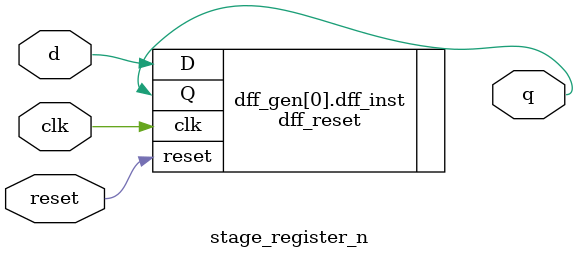
<source format=v>
`timescale 1ns / 1ps
module stage_register_n #(parameter WIDTH = 1)(
    input clk,
    input reset,
    input [WIDTH-1:0] d,
    output [WIDTH-1:0] q
    );

    genvar i;

    generate
        for (i = 0; i < WIDTH; i = i + 1) begin : dff_gen
            dff_reset dff_inst (
                .clk(clk),
                .reset(reset),
                .D(d[i]),
                .Q(q[i])
            );
        end
    endgenerate
	 
endmodule

</source>
